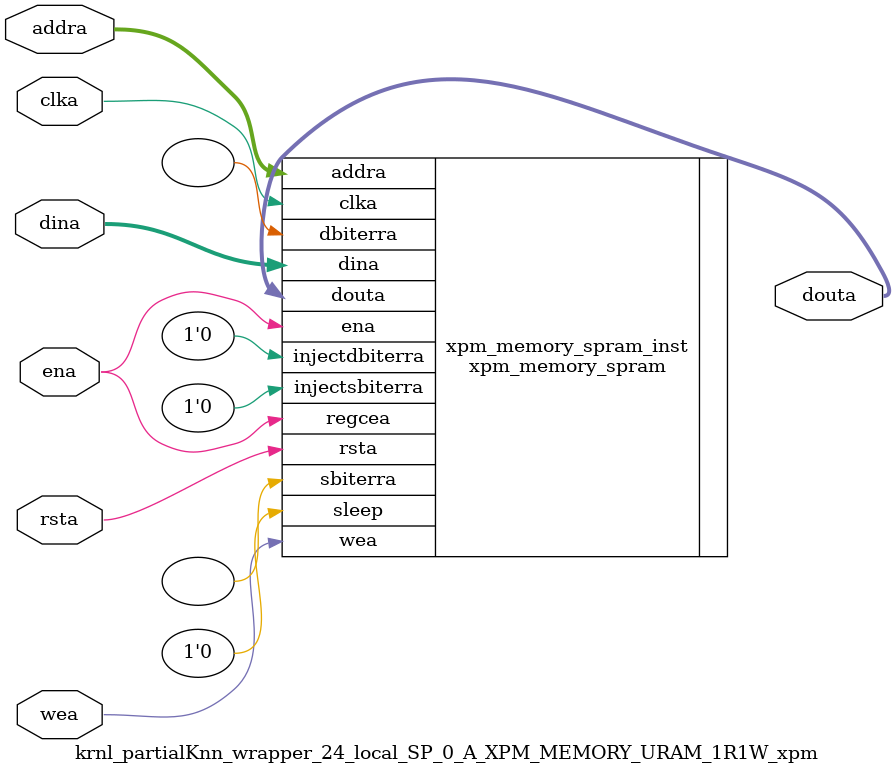
<source format=v>
`timescale 1 ns / 1 ps
module krnl_partialKnn_wrapper_24_local_SP_0_A_XPM_MEMORY_URAM_1R1W_xpm # (
  // Common module parameters
  parameter integer                 MEMORY_SIZE        = 524288,
  parameter                         MEMORY_PRIMITIVE   = "ultra",
  parameter                         ECC_MODE           = "no_ecc",
  parameter                         MEMORY_INIT_FILE   = "none",
  parameter                         WAKEUP_TIME        = "disable_sleep",
  parameter integer                 MESSAGE_CONTROL    = 0,
  // Port A module parameters
  parameter integer                 WRITE_DATA_WIDTH_A = 256,
  parameter integer                 READ_DATA_WIDTH_A  = WRITE_DATA_WIDTH_A,
  parameter integer                 BYTE_WRITE_WIDTH_A = WRITE_DATA_WIDTH_A,
  parameter integer                 ADDR_WIDTH_A       = 11,
  parameter                         READ_RESET_VALUE_A = "0",
  parameter integer                 READ_LATENCY_A     = 1,
  parameter                         WRITE_MODE_A       = "read_first"
) (
  // Port A module ports
  input  wire                                               clka,
  input  wire                                               rsta,
  input  wire                                               ena,
  input  wire [(WRITE_DATA_WIDTH_A/BYTE_WRITE_WIDTH_A)-1:0] wea,
  input  wire [ADDR_WIDTH_A-1:0]                            addra,
  input  wire [WRITE_DATA_WIDTH_A-1:0]                      dina,
  output wire [READ_DATA_WIDTH_A-1:0]                       douta
);
// Set parameter values and connect ports to instantiate an XPM_MEMORY single port RAM configuration
xpm_memory_spram # (
  // Common module parameters
  .MEMORY_SIZE        (MEMORY_SIZE),   //positive integer
  .MEMORY_PRIMITIVE   (MEMORY_PRIMITIVE),      //string; "auto", "distributed", "block" or "ultra";
  .ECC_MODE           (ECC_MODE),      //do not change
  .MEMORY_INIT_FILE   (MEMORY_INIT_FILE), //string; "none" or "<filename>.mem" 
  .MEMORY_INIT_PARAM  (""), //string;
  .WAKEUP_TIME        (WAKEUP_TIME),      //string; "disable_sleep" or "use_sleep_pin"
  .MESSAGE_CONTROL    (MESSAGE_CONTROL),      //do not change
  // Port A module parameters
  .WRITE_DATA_WIDTH_A (WRITE_DATA_WIDTH_A),     //positive integer
  .READ_DATA_WIDTH_A  (READ_DATA_WIDTH_A),     //positive integer
  .BYTE_WRITE_WIDTH_A (BYTE_WRITE_WIDTH_A),     //integer; 8, 9, or WRITE_DATA_WIDTH_A value
  .ADDR_WIDTH_A       (ADDR_WIDTH_A),      //positive integer
  .READ_RESET_VALUE_A (READ_RESET_VALUE_A),  //string
  .READ_LATENCY_A     (READ_LATENCY_A),      //non-negative integer
  .WRITE_MODE_A       (WRITE_MODE_A)       //string; "write_first", "read_first", "no_change"
) xpm_memory_spram_inst (
  // Common module ports
  .sleep          (1'b0),  //do not change
  // Port A module ports
  .clka           (clka),
  .rsta           (rsta),
  .ena            (ena),
  .regcea         (ena),
  .wea            (wea),
  .addra          (addra),
  .dina           (dina),
  .injectsbiterra (1'b0),  //do not change
  .injectdbiterra (1'b0),  //do not change
  .douta          (douta),
  .sbiterra       (),      //do not change
  .dbiterra       ()       //do not change
);
endmodule
</source>
